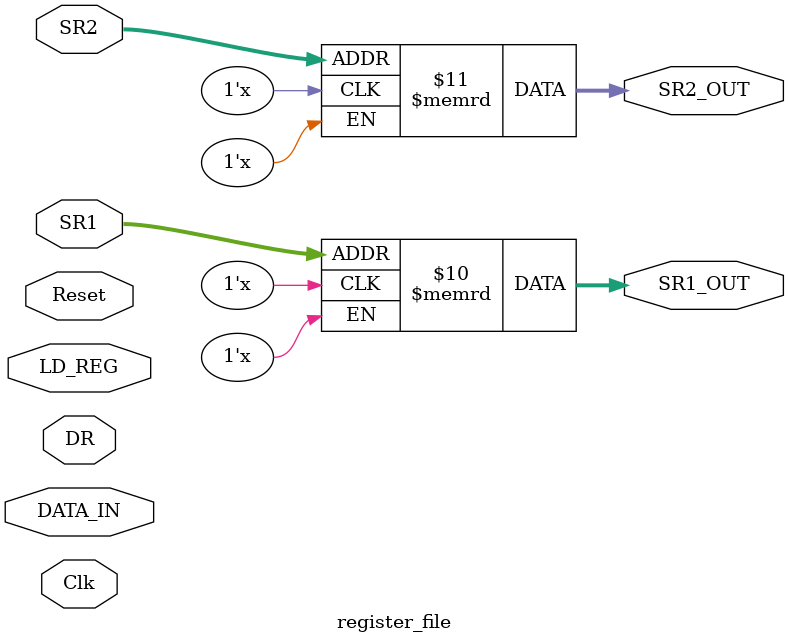
<source format=sv>
module register_file (
    input logic Clk,
    input logic Reset,
    input logic [15:0] DATA_IN,
    input logic [2:0] DR,
    input logic [2:0] SR1,
    input logic [2:0] SR2,
    input logic LD_REG,
    output logic [15:0] SR2_OUT,
    output logic [15:0] SR1_OUT
);

    // Select logic for registers
    logic LD_R0, LD_R1, LD_R2, LD_R3, LD_R4, LD_R5, LD_R6, LD_R7;
    always_comb begin
        LD_R0 = 0;
        LD_R1 = 0;
        LD_R2 = 0;
        LD_R3 = 0;
        LD_R4 = 0;
        LD_R5 = 0;
        LD_R6 = 0;
        LD_R7 = 0;
        unique case (DR) 
            3'd0: LD_R0 = LD_REG;
            3'd1: LD_R1 = LD_REG;
            3'd2: LD_R2 = LD_REG;
            3'd3: LD_R3 = LD_REG;
            3'd4: LD_R4 = LD_REG;
            3'd5: LD_R5 = LD_REG;
            3'd6: LD_R6 = LD_REG;
            3'd7: LD_R7 = LD_REG;
        endcase
    end

    // Registers R0-7
    logic [15:0] regs [8];
    register #(.N(16)) R0_reg(.Clk(Clk), .data_in(DATA_IN), .load_enable(LD_R0), .clear(Reset), .data_out(regs[0]));
    register #(.N(16)) R1_reg(.Clk(Clk), .data_in(DATA_IN), .load_enable(LD_R1), .clear(Reset), .data_out(regs[1]));
    register #(.N(16)) R2_reg(.Clk(Clk), .data_in(DATA_IN), .load_enable(LD_R2), .clear(Reset), .data_out(regs[2]));
    register #(.N(16)) R3_reg(.Clk(Clk), .data_in(DATA_IN), .load_enable(LD_R3), .clear(Reset), .data_out(regs[3]));
    register #(.N(16)) R4_reg(.Clk(Clk), .data_in(DATA_IN), .load_enable(LD_R4), .clear(Reset), .data_out(regs[4]));
    register #(.N(16)) R5_reg(.Clk(Clk), .data_in(DATA_IN), .load_enable(LD_R5), .clear(Reset), .data_out(regs[5]));
    register #(.N(16)) R6_reg(.Clk(Clk), .data_in(DATA_IN), .load_enable(LD_R6), .clear(Reset), .data_out(regs[6]));
    register #(.N(16)) R7_reg(.Clk(Clk), .data_in(DATA_IN), .load_enable(LD_R7), .clear(Reset), .data_out(regs[7]));

    // Drive output registers
    assign SR1_OUT = regs[SR1];
    assign SR2_OUT = regs[SR2];

endmodule
</source>
